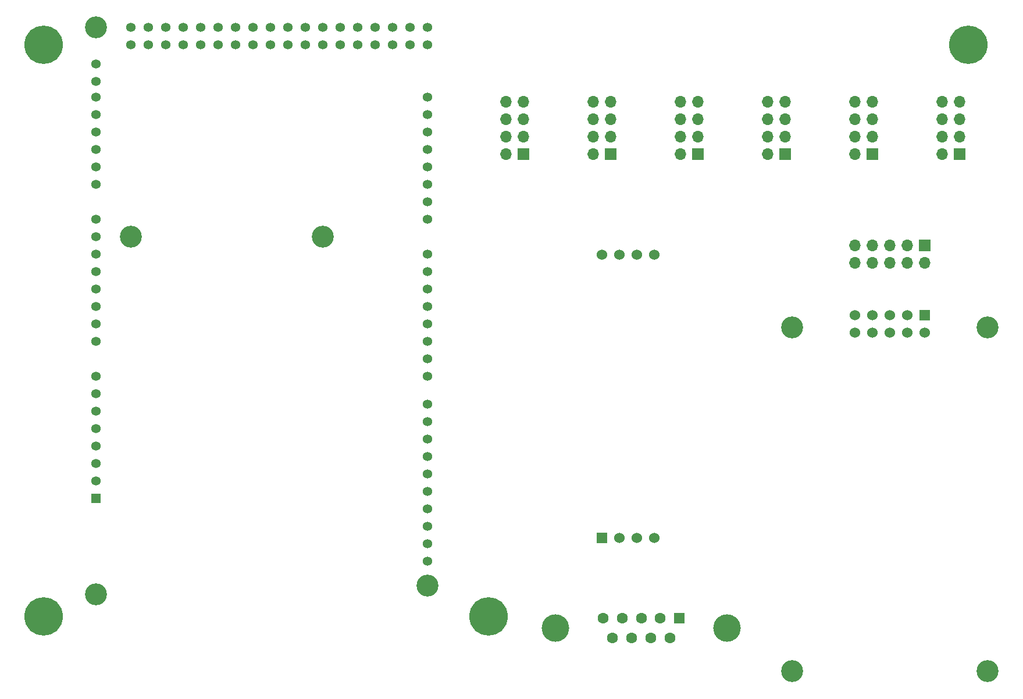
<source format=gts>
G04 #@! TF.GenerationSoftware,KiCad,Pcbnew,6.0.9-8da3e8f707~116~ubuntu20.04.1*
G04 #@! TF.CreationDate,2023-03-28T16:44:36+02:00*
G04 #@! TF.ProjectId,six_to_six_control,7369785f-746f-45f7-9369-785f636f6e74,rev?*
G04 #@! TF.SameCoordinates,Original*
G04 #@! TF.FileFunction,Soldermask,Top*
G04 #@! TF.FilePolarity,Negative*
%FSLAX46Y46*%
G04 Gerber Fmt 4.6, Leading zero omitted, Abs format (unit mm)*
G04 Created by KiCad (PCBNEW 6.0.9-8da3e8f707~116~ubuntu20.04.1) date 2023-03-28 16:44:36*
%MOMM*%
%LPD*%
G01*
G04 APERTURE LIST*
%ADD10C,4.000000*%
%ADD11R,1.600000X1.600000*%
%ADD12C,1.600000*%
%ADD13R,1.530000X1.530000*%
%ADD14C,1.530000*%
%ADD15R,1.700000X1.700000*%
%ADD16O,1.700000X1.700000*%
%ADD17C,5.600000*%
%ADD18C,3.200000*%
%ADD19C,1.358000*%
%ADD20R,1.358000X1.358000*%
G04 APERTURE END LIST*
D10*
X155785000Y-129944000D03*
X180785000Y-129944000D03*
D11*
X173825000Y-128524000D03*
D12*
X171055000Y-128524000D03*
X168285000Y-128524000D03*
X165515000Y-128524000D03*
X162745000Y-128524000D03*
X172440000Y-131364000D03*
X169670000Y-131364000D03*
X166900000Y-131364000D03*
X164130000Y-131364000D03*
D13*
X162560000Y-116841500D03*
D14*
X165100000Y-116841500D03*
X167640000Y-116841500D03*
X170180000Y-116841500D03*
X170180000Y-75621500D03*
X167640000Y-75621500D03*
X165100000Y-75621500D03*
X162560000Y-75621500D03*
D15*
X201930000Y-60960000D03*
D16*
X199390000Y-60960000D03*
X201930000Y-58420000D03*
X199390000Y-58420000D03*
X201930000Y-55880000D03*
X199390000Y-55880000D03*
X201930000Y-53340000D03*
X199390000Y-53340000D03*
D15*
X151130000Y-60960000D03*
D16*
X148590000Y-60960000D03*
X151130000Y-58420000D03*
X148590000Y-58420000D03*
X151130000Y-55880000D03*
X148590000Y-55880000D03*
X151130000Y-53340000D03*
X148590000Y-53340000D03*
D15*
X189230000Y-60960000D03*
D16*
X186690000Y-60960000D03*
X189230000Y-58420000D03*
X186690000Y-58420000D03*
X189230000Y-55880000D03*
X186690000Y-55880000D03*
X189230000Y-53340000D03*
X186690000Y-53340000D03*
D17*
X81280000Y-128270000D03*
D15*
X209550000Y-74295000D03*
D16*
X209550000Y-76835000D03*
X207010000Y-74295000D03*
X207010000Y-76835000D03*
X204470000Y-74295000D03*
X204470000Y-76835000D03*
X201930000Y-74295000D03*
X201930000Y-76835000D03*
X199390000Y-74295000D03*
X199390000Y-76835000D03*
D17*
X146050000Y-128270000D03*
X215900000Y-45085000D03*
D15*
X163830000Y-60960000D03*
D16*
X161290000Y-60960000D03*
X163830000Y-58420000D03*
X161290000Y-58420000D03*
X163830000Y-55880000D03*
X161290000Y-55880000D03*
X163830000Y-53340000D03*
X161290000Y-53340000D03*
D18*
X218694000Y-136271000D03*
X218694000Y-86233000D03*
X190246000Y-86233000D03*
X190246000Y-136271000D03*
D13*
X209550000Y-84455000D03*
D14*
X209550000Y-86995000D03*
X207010000Y-84455000D03*
X207010000Y-86995000D03*
X204470000Y-84455000D03*
X204470000Y-86995000D03*
X201930000Y-84455000D03*
X201930000Y-86995000D03*
X199390000Y-84455000D03*
X199390000Y-86995000D03*
D17*
X81280000Y-45085000D03*
D15*
X176530000Y-60970000D03*
D16*
X173990000Y-60970000D03*
X176530000Y-58430000D03*
X173990000Y-58430000D03*
X176530000Y-55890000D03*
X173990000Y-55890000D03*
X176530000Y-53350000D03*
X173990000Y-53350000D03*
D15*
X214630000Y-60960000D03*
D16*
X212090000Y-60960000D03*
X214630000Y-58420000D03*
X212090000Y-58420000D03*
X214630000Y-55880000D03*
X212090000Y-55880000D03*
X214630000Y-53340000D03*
X212090000Y-53340000D03*
D18*
X88900000Y-42545000D03*
X93980000Y-73025000D03*
X88900000Y-125095000D03*
X121920000Y-73025000D03*
X137160000Y-123825000D03*
D19*
X137160000Y-75565000D03*
X137160000Y-78105000D03*
X137160000Y-80645000D03*
X137160000Y-83185000D03*
X88900000Y-103505000D03*
X137160000Y-85725000D03*
X137160000Y-88265000D03*
X88900000Y-100965000D03*
X137160000Y-45085000D03*
X137160000Y-42545000D03*
X137160000Y-90805000D03*
X137160000Y-93345000D03*
X137160000Y-97409000D03*
X137160000Y-99949000D03*
X137160000Y-102489000D03*
X137160000Y-105029000D03*
X137160000Y-107569000D03*
X137160000Y-110109000D03*
X137160000Y-70485000D03*
X137160000Y-67945000D03*
X137160000Y-65405000D03*
X137160000Y-62865000D03*
X137160000Y-60325000D03*
X137160000Y-57785000D03*
X137160000Y-55245000D03*
X137160000Y-52705000D03*
X134620000Y-45085000D03*
X134620000Y-42545000D03*
X132080000Y-45085000D03*
X132080000Y-42545000D03*
X129540000Y-45085000D03*
X129540000Y-42545000D03*
X127000000Y-45085000D03*
X127000000Y-42545000D03*
X124460000Y-45085000D03*
X124460000Y-42545000D03*
X121920000Y-45085000D03*
X121920000Y-42545000D03*
X119380000Y-45085000D03*
X119380000Y-42545000D03*
X116840000Y-45085000D03*
X116840000Y-42545000D03*
X114300000Y-45085000D03*
X114300000Y-42545000D03*
X111760000Y-45085000D03*
X111760000Y-42545000D03*
X109220000Y-45085000D03*
X109220000Y-42545000D03*
X106680000Y-45085000D03*
X106680000Y-42545000D03*
X104140000Y-45085000D03*
X104140000Y-42545000D03*
X101600000Y-45085000D03*
X101600000Y-42545000D03*
X99060000Y-45085000D03*
X99060000Y-42545000D03*
X96520000Y-45085000D03*
X96520000Y-42545000D03*
X88900000Y-88265000D03*
X88900000Y-85725000D03*
X88900000Y-83185000D03*
X88900000Y-80645000D03*
X88900000Y-78105000D03*
X88900000Y-75565000D03*
X88900000Y-73025000D03*
X88900000Y-70485000D03*
X88900000Y-65405000D03*
X88900000Y-62865000D03*
X88900000Y-60325000D03*
X88900000Y-57785000D03*
X88900000Y-55245000D03*
X88900000Y-52705000D03*
X88900000Y-50419000D03*
X88900000Y-47879000D03*
X137160000Y-115189000D03*
X88900000Y-98425000D03*
X88900000Y-95885000D03*
X137160000Y-112649000D03*
X93980000Y-45085000D03*
X93980000Y-42545000D03*
X88900000Y-108585000D03*
D20*
X88900000Y-111125000D03*
D19*
X88900000Y-106045000D03*
X137160000Y-120269000D03*
X137160000Y-117729000D03*
X88900000Y-93345000D03*
M02*

</source>
